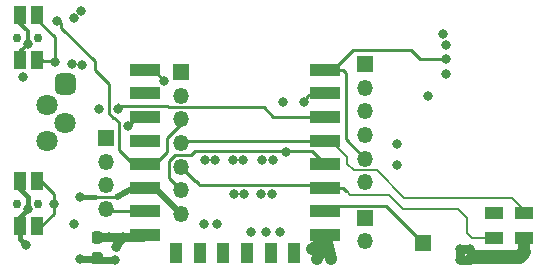
<source format=gbr>
%TF.GenerationSoftware,KiCad,Pcbnew,(5.1.6-0-10_14)*%
%TF.CreationDate,2020-10-08T00:08:50+03:00*%
%TF.ProjectId,ikea-fyrtur,696b6561-2d66-4797-9274-75722e6b6963,rev?*%
%TF.SameCoordinates,Original*%
%TF.FileFunction,Copper,L1,Top*%
%TF.FilePolarity,Positive*%
%FSLAX46Y46*%
G04 Gerber Fmt 4.6, Leading zero omitted, Abs format (unit mm)*
G04 Created by KiCad (PCBNEW (5.1.6-0-10_14)) date 2020-10-08 00:08:50*
%MOMM*%
%LPD*%
G01*
G04 APERTURE LIST*
%TA.AperFunction,WasherPad*%
%ADD10C,0.750000*%
%TD*%
%TA.AperFunction,SMDPad,CuDef*%
%ADD11R,1.050000X1.600000*%
%TD*%
%TA.AperFunction,ComponentPad*%
%ADD12R,1.500000X1.100000*%
%TD*%
%TA.AperFunction,ComponentPad*%
%ADD13C,1.800000*%
%TD*%
%TA.AperFunction,ComponentPad*%
%ADD14R,1.350000X1.350000*%
%TD*%
%TA.AperFunction,ComponentPad*%
%ADD15O,1.350000X1.350000*%
%TD*%
%TA.AperFunction,SMDPad,CuDef*%
%ADD16R,2.500000X1.000000*%
%TD*%
%TA.AperFunction,SMDPad,CuDef*%
%ADD17R,1.000000X1.800000*%
%TD*%
%TA.AperFunction,ViaPad*%
%ADD18C,0.800000*%
%TD*%
%TA.AperFunction,Conductor*%
%ADD19C,0.250000*%
%TD*%
%TA.AperFunction,Conductor*%
%ADD20C,0.600000*%
%TD*%
%TA.AperFunction,Conductor*%
%ADD21C,0.300000*%
%TD*%
%TA.AperFunction,Conductor*%
%ADD22C,0.400000*%
%TD*%
%TA.AperFunction,Conductor*%
%ADD23C,1.000000*%
%TD*%
%TA.AperFunction,Conductor*%
%ADD24C,1.200000*%
%TD*%
%TA.AperFunction,Conductor*%
%ADD25C,0.800000*%
%TD*%
%TA.AperFunction,Conductor*%
%ADD26C,0.200000*%
%TD*%
%TA.AperFunction,Conductor*%
%ADD27C,0.500000*%
%TD*%
G04 APERTURE END LIST*
D10*
%TO.P,SW4,*%
%TO.N,*%
X90890500Y-78295500D03*
X92646500Y-78295500D03*
D11*
%TO.P,SW4,1*%
%TO.N,GND*%
X91122500Y-76390500D03*
X91122500Y-80200500D03*
%TO.P,SW4,2*%
%TO.N,Net-(R10-Pad2)*%
X92583000Y-80200500D03*
X92583000Y-76390500D03*
%TD*%
D10*
%TO.P,SW3,*%
%TO.N,*%
X90890500Y-92329000D03*
X92646500Y-92329000D03*
D11*
%TO.P,SW3,1*%
%TO.N,GND*%
X91122500Y-90424000D03*
X91122500Y-94234000D03*
%TO.P,SW3,2*%
%TO.N,Net-(R11-Pad1)*%
X92583000Y-94234000D03*
X92583000Y-90424000D03*
%TD*%
D12*
%TO.P,J2,1*%
%TO.N,GND*%
X133794500Y-95250000D03*
%TO.P,J2,3*%
%TO.N,RXD2*%
X133794500Y-93091000D03*
%TO.P,J2,2*%
%TO.N,TXD2*%
X131254500Y-95250000D03*
%TO.P,J2,4*%
%TO.N,+7.5V*%
X131254500Y-93091000D03*
%TD*%
%TO.P,D1,4*%
%TO.N,Net-(D1-Pad4)*%
%TA.AperFunction,ComponentPad*%
G36*
G01*
X94495200Y-81294400D02*
X95395200Y-81294400D01*
G75*
G02*
X95845200Y-81744400I0J-450000D01*
G01*
X95845200Y-82644400D01*
G75*
G02*
X95395200Y-83094400I-450000J0D01*
G01*
X94495200Y-83094400D01*
G75*
G02*
X94045200Y-82644400I0J450000D01*
G01*
X94045200Y-81744400D01*
G75*
G02*
X94495200Y-81294400I450000J0D01*
G01*
G37*
%TD.AperFunction*%
D13*
%TO.P,D1,3*%
%TO.N,GND*%
X93421200Y-83972400D03*
%TO.P,D1,2*%
%TO.N,+3V3*%
X94945200Y-85496400D03*
%TO.P,D1,1*%
%TO.N,Net-(D1-Pad1)*%
X93421200Y-87020400D03*
%TD*%
D14*
%TO.P,J8,1*%
%TO.N,GPIO15*%
X125222000Y-95656400D03*
%TD*%
D15*
%TO.P,J6,4*%
%TO.N,SDA*%
X98348800Y-92766400D03*
%TO.P,J6,3*%
%TO.N,SCL*%
X98348800Y-90766400D03*
%TO.P,J6,2*%
%TO.N,GND*%
X98348800Y-88766400D03*
D14*
%TO.P,J6,1*%
%TO.N,+3V3*%
X98348800Y-86766400D03*
%TD*%
D15*
%TO.P,J5,2*%
%TO.N,GND*%
X120345200Y-95522800D03*
D14*
%TO.P,J5,1*%
%TO.N,EXT_V*%
X120345200Y-93522800D03*
%TD*%
D15*
%TO.P,J4,6*%
%TO.N,RTS*%
X120345200Y-90518000D03*
%TO.P,J4,5*%
%TO.N,TXD0*%
X120345200Y-88518000D03*
%TO.P,J4,4*%
%TO.N,RXD0*%
X120345200Y-86518000D03*
%TO.P,J4,3*%
%TO.N,VIN*%
X120345200Y-84518000D03*
%TO.P,J4,2*%
%TO.N,CTS_DTR*%
X120345200Y-82518000D03*
D14*
%TO.P,J4,1*%
%TO.N,GND*%
X120345200Y-80518000D03*
%TD*%
%TO.P,C4,2*%
%TO.N,GND*%
%TA.AperFunction,SMDPad,CuDef*%
G36*
G01*
X97400100Y-96412800D02*
X97875100Y-96412800D01*
G75*
G02*
X98112600Y-96650300I0J-237500D01*
G01*
X98112600Y-97225300D01*
G75*
G02*
X97875100Y-97462800I-237500J0D01*
G01*
X97400100Y-97462800D01*
G75*
G02*
X97162600Y-97225300I0J237500D01*
G01*
X97162600Y-96650300D01*
G75*
G02*
X97400100Y-96412800I237500J0D01*
G01*
G37*
%TD.AperFunction*%
%TO.P,C4,1*%
%TO.N,+3V3*%
%TA.AperFunction,SMDPad,CuDef*%
G36*
G01*
X97400100Y-94662800D02*
X97875100Y-94662800D01*
G75*
G02*
X98112600Y-94900300I0J-237500D01*
G01*
X98112600Y-95475300D01*
G75*
G02*
X97875100Y-95712800I-237500J0D01*
G01*
X97400100Y-95712800D01*
G75*
G02*
X97162600Y-95475300I0J237500D01*
G01*
X97162600Y-94900300D01*
G75*
G02*
X97400100Y-94662800I237500J0D01*
G01*
G37*
%TD.AperFunction*%
%TD*%
D15*
%TO.P,J1,7*%
%TO.N,LED*%
X104749600Y-93178400D03*
%TO.P,J1,6*%
%TO.N,GPIO0_BTN_DOWN*%
X104749600Y-91178400D03*
%TO.P,J1,5*%
%TO.N,TXD2*%
X104749600Y-89178400D03*
%TO.P,J1,4*%
%TO.N,RXD2*%
X104749600Y-87178400D03*
%TO.P,J1,3*%
%TO.N,BTN_UP*%
X104749600Y-85178400D03*
%TO.P,J1,2*%
%TO.N,+3V3*%
X104749600Y-83178400D03*
D14*
%TO.P,J1,1*%
%TO.N,GND*%
X104749600Y-81178400D03*
%TD*%
D16*
%TO.P,U2,22*%
%TO.N,TXD0*%
X116921600Y-80980400D03*
%TO.P,U2,21*%
%TO.N,Net-(R14-Pad2)*%
X116921600Y-82980400D03*
%TO.P,U2,20*%
%TO.N,SCL*%
X116921600Y-84980400D03*
%TO.P,U2,19*%
%TO.N,RXD2*%
X116921600Y-86980400D03*
%TO.P,U2,18*%
%TO.N,GPIO0_BTN_DOWN*%
X116921600Y-88980400D03*
%TO.P,U2,17*%
%TO.N,TXD2*%
X116921600Y-90980400D03*
%TO.P,U2,16*%
%TO.N,GPIO15*%
X116921600Y-92980400D03*
%TO.P,U2,15*%
%TO.N,GND*%
X116921600Y-94980400D03*
D17*
%TO.P,U2,14*%
%TO.N,Net-(U2-Pad14)*%
X114321600Y-96480400D03*
%TO.P,U2,13*%
%TO.N,Net-(U2-Pad13)*%
X112321600Y-96480400D03*
%TO.P,U2,12*%
%TO.N,Net-(U2-Pad12)*%
X110321600Y-96480400D03*
%TO.P,U2,11*%
%TO.N,Net-(U2-Pad11)*%
X108321600Y-96480400D03*
%TO.P,U2,10*%
%TO.N,Net-(U2-Pad10)*%
X106321600Y-96480400D03*
%TO.P,U2,9*%
%TO.N,Net-(U2-Pad9)*%
X104321600Y-96480400D03*
D16*
%TO.P,U2,8*%
%TO.N,+3V3*%
X101721600Y-94980400D03*
%TO.P,U2,7*%
%TO.N,SDA*%
X101721600Y-92980400D03*
%TO.P,U2,6*%
%TO.N,LED*%
X101721600Y-90980400D03*
%TO.P,U2,5*%
%TO.N,BTN_UP*%
X101721600Y-88980400D03*
%TO.P,U2,4*%
%TO.N,Net-(U2-Pad4)*%
X101721600Y-86980400D03*
%TO.P,U2,3*%
%TO.N,EN*%
X101721600Y-84980400D03*
%TO.P,U2,2*%
%TO.N,Net-(U2-Pad2)*%
X101721600Y-82980400D03*
%TO.P,U2,1*%
%TO.N,RST*%
X101721600Y-80980400D03*
%TD*%
D18*
%TO.N,EN*%
X100228400Y-85750400D03*
%TO.N,GND*%
X91592400Y-95808800D03*
X125628400Y-83210400D03*
X91795600Y-92811600D03*
X91795600Y-78790800D03*
X99161600Y-97078800D03*
X96215200Y-97028000D03*
X127203200Y-81330800D03*
X96367600Y-80568800D03*
X95504000Y-80518000D03*
X129235200Y-97078800D03*
X129235200Y-96164400D03*
X128320800Y-97078800D03*
X128320800Y-96164400D03*
X110083600Y-91490800D03*
X109220000Y-91490800D03*
X109118400Y-88646000D03*
X107746800Y-94030800D03*
X106680000Y-94030800D03*
X109982000Y-88646000D03*
X117449600Y-97028000D03*
X115824000Y-96164400D03*
X116230400Y-97028000D03*
X123037600Y-87274400D03*
X122986800Y-89052400D03*
%TO.N,+3V3*%
X97790000Y-84328000D03*
X95707200Y-94030800D03*
X99212400Y-96012000D03*
X98614200Y-95187800D03*
X99833400Y-95187800D03*
X113334800Y-83718400D03*
X95656400Y-76606400D03*
X112522000Y-88646000D03*
X111556800Y-88646000D03*
X107645200Y-88646000D03*
X106781600Y-88646000D03*
X112471200Y-91490800D03*
X111506000Y-91490800D03*
X113080800Y-94742000D03*
X111912400Y-94742000D03*
X110693200Y-94742000D03*
X96266000Y-75996800D03*
X91338400Y-81635600D03*
%TO.N,TXD0*%
X127152400Y-80111600D03*
%TO.N,RST*%
X103305833Y-81910967D03*
%TO.N,Net-(R11-Pad1)*%
X93980000Y-92354400D03*
%TO.N,Net-(R10-Pad2)*%
X94030800Y-80314800D03*
%TO.N,Net-(R14-Pad2)*%
X115112800Y-83718400D03*
%TO.N,LED*%
X96215200Y-91744800D03*
%TO.N,BTN_UP*%
X94234000Y-76860400D03*
%TO.N,GPIO0_BTN_DOWN*%
X113639600Y-87934800D03*
%TO.N,SCL*%
X99364800Y-84328000D03*
%TO.N,VIN*%
X127152400Y-78892400D03*
X126898400Y-77927200D03*
%TD*%
D19*
%TO.N,EN*%
X100998400Y-84980400D02*
X100228400Y-85750400D01*
X101721600Y-84980400D02*
X100998400Y-84980400D01*
D20*
%TO.N,GND*%
X97547400Y-97028000D02*
X97637600Y-96937800D01*
X96215200Y-97028000D02*
X97547400Y-97028000D01*
X97778600Y-97078800D02*
X97637600Y-96937800D01*
X99161600Y-97078800D02*
X97778600Y-97078800D01*
D21*
X91186000Y-79349600D02*
X91186000Y-80060800D01*
X91795600Y-77724000D02*
X91795600Y-78790800D01*
X91122500Y-77101700D02*
X91795600Y-77724000D01*
X91236800Y-79349600D02*
X91795600Y-78790800D01*
X91186000Y-79349600D02*
X91236800Y-79349600D01*
D22*
X91122500Y-93484700D02*
X91795600Y-92811600D01*
X91122500Y-94234000D02*
X91122500Y-93484700D01*
X91122500Y-90424000D02*
X91122500Y-91071700D01*
X91795600Y-91744800D02*
X91795600Y-92811600D01*
X91122500Y-91071700D02*
X91795600Y-91744800D01*
D23*
X133794500Y-96431100D02*
X133794500Y-95250000D01*
D22*
X116921600Y-94980400D02*
X116921600Y-95574800D01*
X133096000Y-96977200D02*
X133248400Y-96977200D01*
X91122500Y-95338900D02*
X91592400Y-95808800D01*
X91122500Y-94234000D02*
X91122500Y-95338900D01*
D23*
X116921600Y-95574800D02*
X115824000Y-96164400D01*
D24*
X133400800Y-96875600D02*
X133794500Y-96431100D01*
D22*
X129438400Y-96875600D02*
X129235200Y-97078800D01*
D24*
X133400800Y-96875600D02*
X129438400Y-96875600D01*
D23*
X116230400Y-97028000D02*
X117043200Y-95102000D01*
X117449600Y-97028000D02*
X116921600Y-94980400D01*
D25*
X129235200Y-97078800D02*
X128320800Y-97078800D01*
X129235200Y-96164400D02*
X128320800Y-96164400D01*
X128320800Y-96164400D02*
X128320800Y-97078800D01*
%TO.N,+3V3*%
X101514200Y-95187800D02*
X101721600Y-94980400D01*
X97637600Y-95187800D02*
X101514200Y-95187800D01*
X99212400Y-95808800D02*
X99833400Y-95187800D01*
X99212400Y-96012000D02*
X99212400Y-95808800D01*
D19*
%TO.N,TXD0*%
X119278400Y-79349600D02*
X117647600Y-80980400D01*
X124968000Y-80111600D02*
X124206000Y-79349600D01*
X117647600Y-80980400D02*
X116921600Y-80980400D01*
X124206000Y-79349600D02*
X119278400Y-79349600D01*
X127152400Y-80111600D02*
X124968000Y-80111600D01*
X120345200Y-88518000D02*
X118668800Y-86841600D01*
X118668800Y-81227600D02*
X118421600Y-80980400D01*
X118421600Y-80980400D02*
X116921600Y-80980400D01*
X118668800Y-86841600D02*
X118668800Y-81227600D01*
%TO.N,RST*%
X102468800Y-80980400D02*
X101721600Y-80980400D01*
X103305833Y-81910967D02*
X102468800Y-80980400D01*
%TO.N,Net-(R11-Pad1)*%
X92583000Y-94234000D02*
X92913200Y-94234000D01*
X93980000Y-93167200D02*
X93980000Y-92354400D01*
X92913200Y-94234000D02*
X93980000Y-93167200D01*
X92583000Y-90424000D02*
X92862400Y-90424000D01*
X93980000Y-91541600D02*
X93980000Y-92354400D01*
X92862400Y-90424000D02*
X93980000Y-91541600D01*
%TO.N,Net-(R10-Pad2)*%
X92722700Y-80200500D02*
X92583000Y-80200500D01*
X94030800Y-80314800D02*
X92722700Y-80200500D01*
X92583000Y-76733400D02*
X92583000Y-76390500D01*
X94030800Y-78181200D02*
X92583000Y-76733400D01*
X94030800Y-80314800D02*
X94030800Y-78181200D01*
%TO.N,Net-(R14-Pad2)*%
X117422800Y-82980400D02*
X116921600Y-82980400D01*
X116921600Y-82980400D02*
X116054000Y-82980400D01*
X116742400Y-83159600D02*
X116921600Y-82980400D01*
X115519200Y-83159600D02*
X116742400Y-83159600D01*
X115112800Y-83718400D02*
X115519200Y-83159600D01*
%TO.N,TXD2*%
X116921600Y-90980400D02*
X117904400Y-90980400D01*
X105944400Y-90373200D02*
X104749600Y-89178400D01*
X105968800Y-90373200D02*
X105944400Y-90373200D01*
X106263001Y-90691801D02*
X106263001Y-90667401D01*
X106300000Y-90728800D02*
X106263001Y-90691801D01*
X116670000Y-90728800D02*
X106300000Y-90728800D01*
X106263001Y-90667401D02*
X105968800Y-90373200D01*
X116921600Y-90980400D02*
X116670000Y-90728800D01*
X118719600Y-91278400D02*
X118421600Y-90980400D01*
X118421600Y-90980400D02*
X116921600Y-90980400D01*
D26*
X128930400Y-93573600D02*
X128930400Y-94792800D01*
X128168400Y-92811600D02*
X128930400Y-93573600D01*
X129387600Y-95250000D02*
X131254500Y-95250000D01*
X118761200Y-91278400D02*
X119075200Y-91592400D01*
X123545600Y-92811600D02*
X128168400Y-92811600D01*
X128930400Y-94792800D02*
X129387600Y-95250000D01*
X122326400Y-91592400D02*
X123545600Y-92811600D01*
X119075200Y-91592400D02*
X122326400Y-91592400D01*
X118719600Y-91278400D02*
X118761200Y-91278400D01*
D19*
%TO.N,RXD2*%
X116921600Y-86980400D02*
X118019200Y-86980400D01*
X133794500Y-93091000D02*
X133794500Y-92900500D01*
X104947600Y-86980400D02*
X104749600Y-87178400D01*
X116921600Y-86980400D02*
X104947600Y-86980400D01*
D26*
X117409600Y-86980400D02*
X116921600Y-86980400D01*
X118821200Y-88950800D02*
X118821200Y-88392000D01*
X119380000Y-89509600D02*
X118821200Y-88950800D01*
X118821200Y-88392000D02*
X117409600Y-86980400D01*
X121310400Y-89509600D02*
X119380000Y-89509600D01*
X123647200Y-91846400D02*
X121310400Y-89509600D01*
X132791200Y-91846400D02*
X123647200Y-91846400D01*
X133794500Y-92849700D02*
X132791200Y-91846400D01*
X133794500Y-93091000D02*
X133794500Y-92849700D01*
D19*
%TO.N,LED*%
X101721600Y-90980400D02*
X102795200Y-90980400D01*
X102551600Y-90980400D02*
X101721600Y-90980400D01*
D27*
X104749600Y-93178400D02*
X102551600Y-90980400D01*
D19*
X100683200Y-90980400D02*
X101721600Y-90980400D01*
X96236800Y-91766400D02*
X96215200Y-91744800D01*
D22*
X97463600Y-91766400D02*
X96236800Y-91766400D01*
D19*
X99597200Y-91766400D02*
X97463600Y-91766400D01*
D27*
X99343200Y-91766400D02*
X100683200Y-90980400D01*
D19*
%TO.N,BTN_UP*%
X103530400Y-86766400D02*
X104749600Y-85547200D01*
X103530400Y-87985600D02*
X103530400Y-86766400D01*
X102535600Y-88980400D02*
X103530400Y-87985600D01*
X104749600Y-85547200D02*
X104749600Y-85178400D01*
X101721600Y-88980400D02*
X102535600Y-88980400D01*
X97434400Y-80264000D02*
X94589600Y-77419200D01*
X97434400Y-81026000D02*
X97434400Y-80264000D01*
X94589600Y-77419200D02*
X94589600Y-77063600D01*
X98639799Y-82231399D02*
X97434400Y-81026000D01*
X99016799Y-85053001D02*
X98639799Y-84676001D01*
X99073801Y-85053001D02*
X99016799Y-85053001D01*
X98639799Y-84676001D02*
X98639799Y-82231399D01*
X94589600Y-77063600D02*
X94234000Y-76860400D01*
X101721600Y-88980400D02*
X100664400Y-88980400D01*
X99469590Y-85448790D02*
X99073801Y-85053001D01*
X99469590Y-87785590D02*
X99469590Y-85448790D01*
X100664400Y-88980400D02*
X99469590Y-87785590D01*
%TO.N,GPIO15*%
X116921600Y-92980400D02*
X115858400Y-92980400D01*
X116921600Y-92980400D02*
X117212000Y-92980400D01*
X122088399Y-92522799D02*
X125222000Y-95656400D01*
X117669601Y-92522799D02*
X122088399Y-92522799D01*
X117212000Y-92980400D02*
X117669601Y-92522799D01*
%TO.N,+7.5V*%
X131178300Y-93014800D02*
X131254500Y-93091000D01*
%TO.N,GPIO0_BTN_DOWN*%
X103749599Y-88698399D02*
X104269599Y-88178399D01*
X103749599Y-90178399D02*
X103749599Y-88698399D01*
X104749600Y-91178400D02*
X103749599Y-90178399D01*
X104269599Y-88178399D02*
X104698800Y-88178399D01*
X105229601Y-88178399D02*
X104800400Y-88178399D01*
X105602799Y-88178399D02*
X105229601Y-88178399D01*
X105897198Y-87884000D02*
X105602799Y-88178399D01*
X115825200Y-87884000D02*
X110896400Y-87884000D01*
X116921600Y-88980400D02*
X115825200Y-87884000D01*
X110896400Y-87884000D02*
X105897198Y-87884000D01*
%TO.N,SDA*%
X98562800Y-92980400D02*
X98348800Y-92766400D01*
X101721600Y-92980400D02*
X98562800Y-92980400D01*
%TO.N,SCL*%
X112558598Y-84980400D02*
X116921600Y-84980400D01*
X111756598Y-84178400D02*
X112558598Y-84980400D01*
X103736400Y-84178400D02*
X111756598Y-84178400D01*
X99415600Y-83921600D02*
X99517200Y-84023200D01*
X103581200Y-84023200D02*
X103736400Y-84178400D01*
X99517200Y-84023200D02*
X103581200Y-84023200D01*
%TD*%
M02*

</source>
